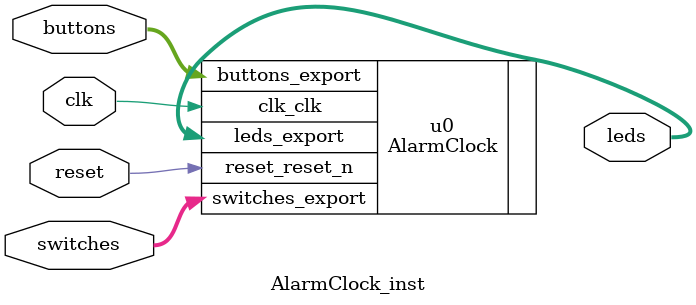
<source format=v>
module AlarmClock_inst(input clk, reset, input [3:0] switches,buttons, output [31:0] leds);
	AlarmClock u0 (
		.buttons_export  (buttons),  //  buttons.export
		.clk_clk         (clk),         //      clk.clk
		.leds_export     (leds),     //     leds.export
		.reset_reset_n   (reset),   //    reset.reset_n
		.switches_export (switches)  // switches.export
	);
endmodule

</source>
